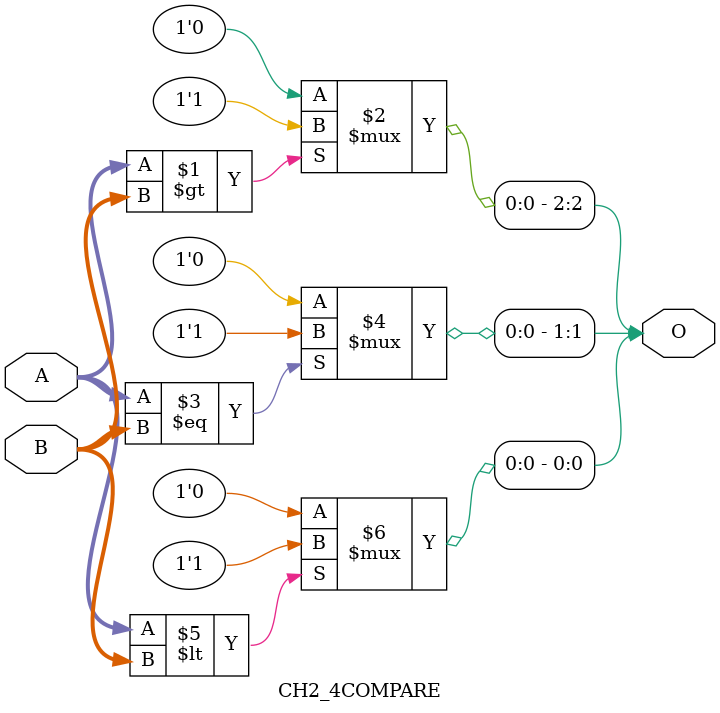
<source format=v>

module CH2_4COMPARE(
	A, B,
	O
	);

input [3:0]A, B;
output [2:0]O;

wire [2:0]O;

assign O[2] = (A>B)?1'b1 : 1'b0;
assign O[1] = (A==B)?1'b1 : 1'b0;
assign O[0] = (A<B)?1'b1 : 1'b0;

endmodule

</source>
